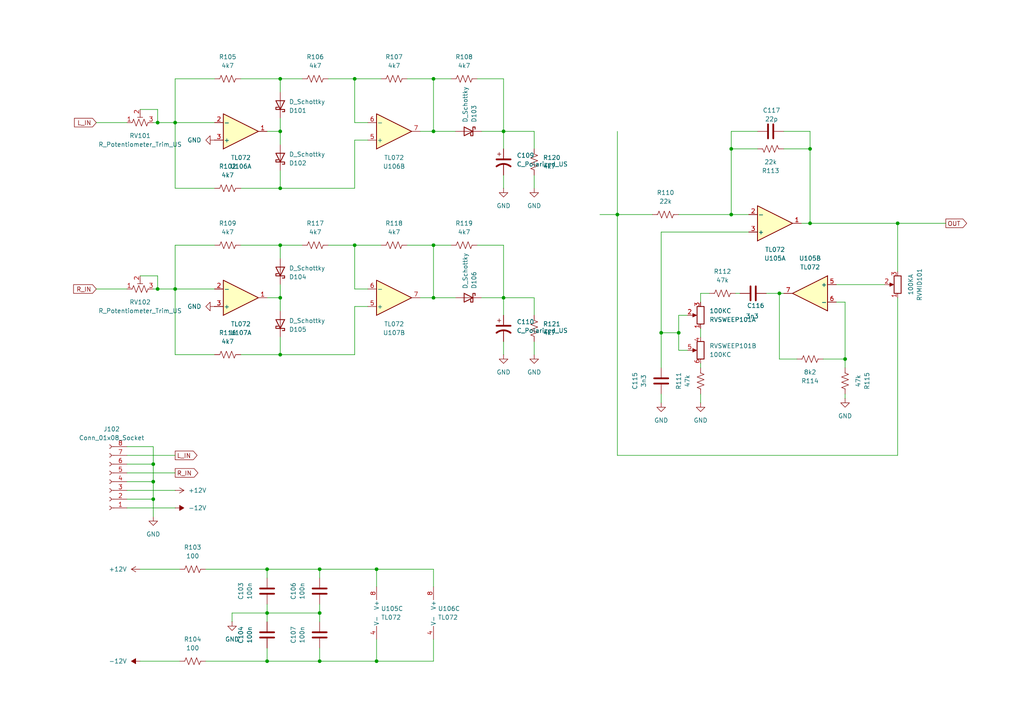
<source format=kicad_sch>
(kicad_sch (version 20250114) (generator "eeschema") (generator_version "9.0")
  (paper "A4")
  (lib_symbols
    (symbol "Amplifier_Operational:TL072" (pin_names (offset 0.127))
      (property "Reference" "U" (at 0 5.08 0))
      (property "Value" "TL072" (at 0 -5.08 0))
      (symbol "TL072_1_1"
        (polyline (pts (xy -5.08 5.08) (xy 5.08 0) (xy -5.08 -5.08) (xy -5.08 5.08)) (stroke (width 0.254)) (fill (type background)))
        (pin input line (at -7.62 2.54 0) (length 2.54) (name "+") (number "3"))
        (pin input line (at -7.62 -2.54 0) (length 2.54) (name "-") (number "2"))
        (pin output line (at 7.62 0 180) (length 2.54) (name "~") (number "1"))
      )
      (symbol "TL072_2_1"
        (polyline (pts (xy -5.08 5.08) (xy 5.08 0) (xy -5.08 -5.08) (xy -5.08 5.08)) (stroke (width 0.254)) (fill (type background)))
        (pin input line (at -7.62 2.54 0) (length 2.54) (name "+") (number "5"))
        (pin input line (at -7.62 -2.54 0) (length 2.54) (name "-") (number "6"))
        (pin output line (at 7.62 0 180) (length 2.54) (name "~") (number "7"))
      )
      (symbol "TL072_3_1"
        (pin power_in line (at -2.54 7.62 270) (length 3.81) (name "V+") (number "8"))
        (pin power_in line (at -2.54 -7.62 90) (length 3.81) (name "V-") (number "4"))
      )
    )
    (symbol "Connector:Conn_01x08_Socket" (pin_names (offset 1.016) (hide yes))
      (property "Reference" "J" (at 0 10.16 0))
      (property "Value" "Conn_01x08_Socket" (at 0 -12.7 0))
      (symbol "Conn_01x08_Socket_1_1"
        (polyline (pts (xy -1.27 7.62) (xy -0.508 7.62)) (stroke (width 0.1524)))
        (polyline (pts (xy -1.27 5.08) (xy -0.508 5.08)) (stroke (width 0.1524)))
        (polyline (pts (xy -1.27 2.54) (xy -0.508 2.54)) (stroke (width 0.1524)))
        (polyline (pts (xy -1.27 0) (xy -0.508 0)) (stroke (width 0.1524)))
        (polyline (pts (xy -1.27 -2.54) (xy -0.508 -2.54)) (stroke (width 0.1524)))
        (polyline (pts (xy -1.27 -5.08) (xy -0.508 -5.08)) (stroke (width 0.1524)))
        (polyline (pts (xy -1.27 -7.62) (xy -0.508 -7.62)) (stroke (width 0.1524)))
        (polyline (pts (xy -1.27 -10.16) (xy -0.508 -10.16)) (stroke (width 0.1524)))
        (arc (start 0 7.112) (mid -0.5058 7.62) (end 0 8.128) (stroke (width 0.1524)))
        (arc (start 0 4.572) (mid -0.5058 5.08) (end 0 5.588) (stroke (width 0.1524)))
        (arc (start 0 2.032) (mid -0.5058 2.54) (end 0 3.048) (stroke (width 0.1524)))
        (arc (start 0 -0.508) (mid -0.5058 0) (end 0 0.508) (stroke (width 0.1524)))
        (arc (start 0 -3.048) (mid -0.5058 -2.54) (end 0 -2.032) (stroke (width 0.1524)))
        (arc (start 0 -5.588) (mid -0.5058 -5.08) (end 0 -4.572) (stroke (width 0.1524)))
        (arc (start 0 -8.128) (mid -0.5058 -7.62) (end 0 -7.112) (stroke (width 0.1524)))
        (arc (start 0 -10.668) (mid -0.5058 -10.16) (end 0 -9.652) (stroke (width 0.1524)))
        (pin passive line (at -5.08 7.62 0) (length 3.81) (name "Pin_1") (number "1"))
        (pin passive line (at -5.08 5.08 0) (length 3.81) (name "Pin_2") (number "2"))
        (pin passive line (at -5.08 2.54 0) (length 3.81) (name "Pin_3") (number "3"))
        (pin passive line (at -5.08 0 0) (length 3.81) (name "Pin_4") (number "4"))
        (pin passive line (at -5.08 -2.54 0) (length 3.81) (name "Pin_5") (number "5"))
        (pin passive line (at -5.08 -5.08 0) (length 3.81) (name "Pin_6") (number "6"))
        (pin passive line (at -5.08 -7.62 0) (length 3.81) (name "Pin_7") (number "7"))
        (pin passive line (at -5.08 -10.16 0) (length 3.81) (name "Pin_8") (number "8"))
      )
    )
    (symbol "Device:C" (pin_numbers (hide yes)) (pin_names (offset 0.254))
      (property "Reference" "C" (at 0.635 2.54 0))
      (property "Value" "C" (at 0.635 -2.54 0))
      (symbol "C_0_1"
        (polyline (pts (xy -2.032 0.762) (xy 2.032 0.762)) (stroke (width 0.508)))
        (polyline (pts (xy -2.032 -0.762) (xy 2.032 -0.762)) (stroke (width 0.508)))
      )
      (symbol "C_1_1"
        (pin passive line (at 0 3.81 270) (length 2.794) (name "~") (number "1"))
        (pin passive line (at 0 -3.81 90) (length 2.794) (name "~") (number "2"))
      )
    )
    (symbol "Device:C_Polarized_US" (pin_numbers (hide yes)) (pin_names (offset 0.254) (hide yes))
      (property "Reference" "C" (at 0.635 2.54 0))
      (property "Value" "C_Polarized_US" (at 0.635 -2.54 0))
      (symbol "C_Polarized_US_0_1"
        (polyline (pts (xy -2.032 0.762) (xy 2.032 0.762)) (stroke (width 0.508)))
        (polyline (pts (xy -1.778 2.286) (xy -0.762 2.286)))
        (polyline (pts (xy -1.27 1.778) (xy -1.27 2.794)))
        (arc (start -2.032 -1.27) (mid 0 -0.5572) (end 2.032 -1.27) (stroke (width 0.508)))
      )
      (symbol "C_Polarized_US_1_1"
        (pin passive line (at 0 3.81 270) (length 2.794) (name "~") (number "1"))
        (pin passive line (at 0 -3.81 90) (length 3.302) (name "~") (number "2"))
      )
    )
    (symbol "Device:D_Schottky" (pin_numbers (hide yes)) (pin_names (offset 1.016) (hide yes))
      (property "Reference" "D" (at 0 2.54 0))
      (property "Value" "D_Schottky" (at 0 -2.54 0))
      (symbol "D_Schottky_0_1"
        (polyline (pts (xy -1.905 0.635) (xy -1.905 1.27) (xy -1.27 1.27) (xy -1.27 -1.27) (xy -0.635 -1.27) (xy -0.635 -0.635)) (stroke (width 0.254)))
        (polyline (pts (xy 1.27 1.27) (xy 1.27 -1.27) (xy -1.27 0) (xy 1.27 1.27)) (stroke (width 0.254)))
        (polyline (pts (xy 1.27 0) (xy -1.27 0)))
      )
      (symbol "D_Schottky_1_1"
        (pin passive line (at -3.81 0 0) (length 2.54) (name "K") (number "1"))
        (pin passive line (at 3.81 0 180) (length 2.54) (name "A") (number "2"))
      )
    )
    (symbol "Device:R_Potentiometer" (pin_names (offset 1.016) (hide yes))
      (property "Reference" "RV" (at -4.445 0 90))
      (property "Value" "R_Potentiometer" (at -2.54 0 90))
      (symbol "R_Potentiometer_0_1"
        (rectangle (start 1.016 2.54) (end -1.016 -2.54) (stroke (width 0.254)))
        (polyline (pts (xy 1.143 0) (xy 2.286 0.508) (xy 2.286 -0.508) (xy 1.143 0)) (fill (type outline)))
        (polyline (pts (xy 2.54 0) (xy 1.524 0)))
      )
      (symbol "R_Potentiometer_1_1"
        (pin passive line (at 0 3.81 270) (length 1.27) (name "1") (number "1"))
        (pin passive line (at 0 -3.81 90) (length 1.27) (name "3") (number "3"))
        (pin passive line (at 3.81 0 180) (length 1.27) (name "2") (number "2"))
      )
    )
    (symbol "Device:R_Potentiometer_Dual_Separate" (pin_names (offset 1.016) (hide yes))
      (property "Reference" "RV" (at -4.445 0 90))
      (property "Value" "R_Potentiometer_Dual_Separate" (at -2.54 0 90))
      (symbol "R_Potentiometer_Dual_Separate_0_1"
        (rectangle (start 1.016 2.54) (end -1.016 -2.54) (stroke (width 0.254)))
        (polyline (pts (xy 1.143 0) (xy 2.286 0.508) (xy 2.286 -0.508) (xy 1.143 0)) (fill (type outline)))
        (polyline (pts (xy 2.54 0) (xy 1.524 0)))
      )
      (symbol "R_Potentiometer_Dual_Separate_1_1"
        (pin passive line (at 0 3.81 270) (length 1.27) (name "1") (number "1"))
        (pin passive line (at 0 -3.81 90) (length 1.27) (name "3") (number "3"))
        (pin passive line (at 3.81 0 180) (length 1.27) (name "2") (number "2"))
      )
      (symbol "R_Potentiometer_Dual_Separate_2_1"
        (pin passive line (at 0 3.81 270) (length 1.27) (name "4") (number "4"))
        (pin passive line (at 0 -3.81 90) (length 1.27) (name "6") (number "6"))
        (pin passive line (at 3.81 0 180) (length 1.27) (name "5") (number "5"))
      )
    )
    (symbol "Device:R_Potentiometer_Trim_US" (pin_names (offset 1.016) (hide yes))
      (property "Reference" "RV" (at -4.445 0 90))
      (property "Value" "R_Potentiometer_Trim_US" (at -2.54 0 90))
      (symbol "R_Potentiometer_Trim_US_0_1"
        (polyline (pts (xy 0 2.286) (xy 0 2.54)))
        (polyline (pts (xy 0 2.286) (xy 1.016 1.905) (xy 0 1.524) (xy -1.016 1.143) (xy 0 0.762)))
        (polyline (pts (xy 0 0.762) (xy 1.016 0.381) (xy 0 0) (xy -1.016 -0.381) (xy 0 -0.762)))
        (polyline (pts (xy 0 -0.762) (xy 1.016 -1.143) (xy 0 -1.524) (xy -1.016 -1.905) (xy 0 -2.286)))
        (polyline (pts (xy 0 -2.286) (xy 0 -2.54)))
        (polyline (pts (xy 1.524 0.762) (xy 1.524 -0.762)))
        (polyline (pts (xy 2.54 0) (xy 1.524 0)))
      )
      (symbol "R_Potentiometer_Trim_US_1_1"
        (pin passive line (at 0 3.81 270) (length 1.27) (name "1") (number "1"))
        (pin passive line (at 0 -3.81 90) (length 1.27) (name "3") (number "3"))
        (pin passive line (at 3.81 0 180) (length 1.27) (name "2") (number "2"))
      )
    )
    (symbol "Device:R_US" (pin_numbers (hide yes)) (pin_names (offset 0))
      (property "Reference" "R" (at 2.54 0 90))
      (property "Value" "R_US" (at -2.54 0 90))
      (symbol "R_US_0_1"
        (polyline (pts (xy 0 2.286) (xy 0 2.54)))
        (polyline (pts (xy 0 2.286) (xy 1.016 1.905) (xy 0 1.524) (xy -1.016 1.143) (xy 0 0.762)))
        (polyline (pts (xy 0 0.762) (xy 1.016 0.381) (xy 0 0) (xy -1.016 -0.381) (xy 0 -0.762)))
        (polyline (pts (xy 0 -0.762) (xy 1.016 -1.143) (xy 0 -1.524) (xy -1.016 -1.905) (xy 0 -2.286)))
        (polyline (pts (xy 0 -2.286) (xy 0 -2.54)))
      )
      (symbol "R_US_1_1"
        (pin passive line (at 0 3.81 270) (length 1.27) (name "~") (number "1"))
        (pin passive line (at 0 -3.81 90) (length 1.27) (name "~") (number "2"))
      )
    )
    (symbol "power:+12V" (power) (pin_numbers (hide yes)) (pin_names (offset 0) (hide yes))
      (property "Value" "+12V" (at 0 3.556 0))
      (symbol "+12V_0_1"
        (polyline (pts (xy -0.762 1.27) (xy 0 2.54)))
        (polyline (pts (xy 0 2.54) (xy 0.762 1.27)))
        (polyline (pts (xy 0 0) (xy 0 2.54)))
      )
      (symbol "+12V_1_1"
        (pin power_in line (at 0 0 90) (length 0) (name "~") (number "1"))
      )
    )
    (symbol "power:-12V" (power) (pin_numbers (hide yes)) (pin_names (offset 0) (hide yes))
      (property "Value" "-12V" (at 0 3.556 0))
      (symbol "-12V_0_0"
        (pin power_in line (at 0 0 90) (length 0) (name "~") (number "1"))
      )
      (symbol "-12V_0_1"
        (polyline (pts (xy 0 0) (xy 0 1.27) (xy 0.762 1.27) (xy 0 2.54) (xy -0.762 1.27) (xy 0 1.27)) (fill (type outline)))
      )
    )
    (symbol "power:GND" (power) (pin_numbers (hide yes)) (pin_names (offset 0) (hide yes))
      (property "Value" "GND" (at 0 -3.81 0))
      (symbol "GND_0_1"
        (polyline (pts (xy 0 0) (xy 0 -1.27) (xy 1.27 -1.27) (xy 0 -2.54) (xy -1.27 -1.27) (xy 0 -1.27)))
      )
      (symbol "GND_1_1"
        (pin power_in line (at 0 0 270) (length 0) (name "~") (number "1"))
      )
    )
  )
  (junction (at 92.71 191.77))
  (junction (at 245.11 104.14))
  (junction (at 77.47 191.77))
  (junction (at 125.73 38.1))
  (junction (at 77.47 177.8))
  (junction (at 109.22 165.1))
  (junction (at 146.05 38.1))
  (junction (at 196.85 96.52))
  (junction (at 191.77 96.52))
  (junction (at 81.28 71.12))
  (junction (at 212.09 62.23))
  (junction (at 146.05 86.36))
  (junction (at 81.28 22.86))
  (junction (at 109.22 191.77))
  (junction (at 45.72 35.56))
  (junction (at 125.73 71.12))
  (junction (at 81.28 54.61))
  (junction (at 77.47 165.1))
  (junction (at 50.8 35.56))
  (junction (at 102.87 71.12))
  (junction (at 226.06 85.09))
  (junction (at 81.28 102.87))
  (junction (at 45.72 83.82))
  (junction (at 44.45 139.7))
  (junction (at 92.71 177.8))
  (junction (at 212.09 43.18))
  (junction (at 260.35 64.77))
  (junction (at 44.45 134.62))
  (junction (at 50.8 83.82))
  (junction (at 81.28 86.36))
  (junction (at 92.71 165.1))
  (junction (at 234.95 64.77))
  (junction (at 179.07 62.23))
  (junction (at 125.73 86.36))
  (junction (at 234.95 43.18))
  (junction (at 81.28 38.1))
  (junction (at 44.45 144.78))
  (junction (at 102.87 22.86))
  (junction (at 125.73 22.86))
  (wire (pts (xy 130.81 22.86) (xy 125.73 22.86)))
  (wire (pts (xy 139.7 86.36) (xy 146.05 86.36)))
  (wire (pts (xy 81.28 34.29) (xy 81.28 38.1)))
  (wire (pts (xy 154.94 54.61) (xy 154.94 50.8)))
  (wire (pts (xy 125.73 38.1) (xy 121.92 38.1)))
  (wire (pts (xy 69.85 54.61) (xy 81.28 54.61)))
  (wire (pts (xy 67.31 180.34) (xy 67.31 177.8)))
  (wire (pts (xy 125.73 86.36) (xy 132.08 86.36)))
  (wire (pts (xy 92.71 191.77) (xy 109.22 191.77)))
  (wire (pts (xy 191.77 116.84) (xy 191.77 114.3)))
  (wire (pts (xy 77.47 191.77) (xy 92.71 191.77)))
  (wire (pts (xy 95.25 71.12) (xy 102.87 71.12)))
  (wire (pts (xy 36.83 142.24) (xy 50.8 142.24)))
  (wire (pts (xy 59.69 165.1) (xy 77.47 165.1)))
  (wire (pts (xy 125.73 22.86) (xy 125.73 38.1)))
  (wire (pts (xy 196.85 96.52) (xy 196.85 101.6)))
  (wire (pts (xy 242.57 82.55) (xy 256.54 82.55)))
  (wire (pts (xy 45.72 83.82) (xy 50.8 83.82)))
  (wire (pts (xy 50.8 35.56) (xy 50.8 54.61)))
  (wire (pts (xy 146.05 43.18) (xy 146.05 38.1)))
  (wire (pts (xy 81.28 97.79) (xy 81.28 102.87)))
  (wire (pts (xy 69.85 71.12) (xy 81.28 71.12)))
  (wire (pts (xy 102.87 35.56) (xy 102.87 22.86)))
  (wire (pts (xy 125.73 38.1) (xy 132.08 38.1)))
  (wire (pts (xy 67.31 177.8) (xy 77.47 177.8)))
  (wire (pts (xy 106.68 88.9) (xy 102.87 88.9)))
  (wire (pts (xy 36.83 129.54) (xy 44.45 129.54)))
  (wire (pts (xy 191.77 96.52) (xy 191.77 106.68)))
  (wire (pts (xy 50.8 35.56) (xy 62.23 35.56)))
  (wire (pts (xy 45.72 80.01) (xy 45.72 83.82)))
  (wire (pts (xy 154.94 43.18) (xy 154.94 38.1)))
  (wire (pts (xy 50.8 83.82) (xy 50.8 102.87)))
  (wire (pts (xy 146.05 71.12) (xy 138.43 71.12)))
  (wire (pts (xy 139.7 38.1) (xy 146.05 38.1)))
  (wire (pts (xy 203.2 114.3) (xy 203.2 116.84)))
  (wire (pts (xy 106.68 40.64) (xy 102.87 40.64)))
  (wire (pts (xy 77.47 177.8) (xy 77.47 180.34)))
  (wire (pts (xy 92.71 187.96) (xy 92.71 191.77)))
  (wire (pts (xy 203.2 85.09) (xy 205.74 85.09)))
  (wire (pts (xy 92.71 175.26) (xy 92.71 177.8)))
  (wire (pts (xy 196.85 62.23) (xy 212.09 62.23)))
  (wire (pts (xy 77.47 191.77) (xy 59.69 191.77)))
  (wire (pts (xy 109.22 185.42) (xy 109.22 191.77)))
  (wire (pts (xy 50.8 71.12) (xy 50.8 83.82)))
  (wire (pts (xy 81.28 86.36) (xy 77.47 86.36)))
  (wire (pts (xy 245.11 87.63) (xy 245.11 104.14)))
  (wire (pts (xy 203.2 85.09) (xy 203.2 87.63)))
  (wire (pts (xy 36.83 132.08) (xy 50.8 132.08)))
  (wire (pts (xy 44.45 134.62) (xy 44.45 139.7)))
  (wire (pts (xy 92.71 165.1) (xy 92.71 167.64)))
  (wire (pts (xy 36.83 137.16) (xy 50.8 137.16)))
  (wire (pts (xy 146.05 22.86) (xy 138.43 22.86)))
  (wire (pts (xy 81.28 22.86) (xy 81.28 26.67)))
  (wire (pts (xy 77.47 187.96) (xy 77.47 191.77)))
  (wire (pts (xy 238.76 104.14) (xy 245.11 104.14)))
  (wire (pts (xy 154.94 86.36) (xy 146.05 86.36)))
  (wire (pts (xy 154.94 38.1) (xy 146.05 38.1)))
  (wire (pts (xy 52.07 191.77) (xy 40.64 191.77)))
  (wire (pts (xy 130.81 71.12) (xy 125.73 71.12)))
  (wire (pts (xy 45.72 35.56) (xy 50.8 35.56)))
  (wire (pts (xy 50.8 83.82) (xy 62.23 83.82)))
  (wire (pts (xy 212.09 38.1) (xy 212.09 43.18)))
  (wire (pts (xy 196.85 91.44) (xy 196.85 96.52)))
  (wire (pts (xy 245.11 106.68) (xy 245.11 104.14)))
  (wire (pts (xy 179.07 62.23) (xy 179.07 132.08)))
  (wire (pts (xy 227.33 43.18) (xy 234.95 43.18)))
  (wire (pts (xy 50.8 22.86) (xy 62.23 22.86)))
  (wire (pts (xy 44.45 129.54) (xy 44.45 134.62)))
  (wire (pts (xy 191.77 67.31) (xy 191.77 96.52)))
  (wire (pts (xy 109.22 165.1) (xy 109.22 170.18)))
  (wire (pts (xy 40.64 165.1) (xy 52.07 165.1)))
  (wire (pts (xy 179.07 38.1) (xy 179.07 62.23)))
  (wire (pts (xy 226.06 85.09) (xy 226.06 104.14)))
  (wire (pts (xy 260.35 64.77) (xy 274.32 64.77)))
  (wire (pts (xy 95.25 22.86) (xy 102.87 22.86)))
  (wire (pts (xy 191.77 96.52) (xy 196.85 96.52)))
  (wire (pts (xy 102.87 71.12) (xy 110.49 71.12)))
  (wire (pts (xy 102.87 88.9) (xy 102.87 102.87)))
  (wire (pts (xy 212.09 62.23) (xy 212.09 43.18)))
  (wire (pts (xy 154.94 102.87) (xy 154.94 99.06)))
  (wire (pts (xy 40.64 80.01) (xy 45.72 80.01)))
  (wire (pts (xy 154.94 91.44) (xy 154.94 86.36)))
  (wire (pts (xy 173.99 62.23) (xy 179.07 62.23)))
  (wire (pts (xy 81.28 22.86) (xy 87.63 22.86)))
  (wire (pts (xy 125.73 165.1) (xy 125.73 170.18)))
  (wire (pts (xy 146.05 102.87) (xy 146.05 99.06)))
  (wire (pts (xy 212.09 43.18) (xy 219.71 43.18)))
  (wire (pts (xy 232.41 64.77) (xy 234.95 64.77)))
  (wire (pts (xy 109.22 191.77) (xy 125.73 191.77)))
  (wire (pts (xy 102.87 40.64) (xy 102.87 54.61)))
  (wire (pts (xy 118.11 71.12) (xy 125.73 71.12)))
  (wire (pts (xy 146.05 91.44) (xy 146.05 86.36)))
  (wire (pts (xy 102.87 83.82) (xy 102.87 71.12)))
  (wire (pts (xy 92.71 177.8) (xy 92.71 180.34)))
  (wire (pts (xy 44.45 83.82) (xy 45.72 83.82)))
  (wire (pts (xy 146.05 86.36) (xy 146.05 71.12)))
  (wire (pts (xy 118.11 22.86) (xy 125.73 22.86)))
  (wire (pts (xy 81.28 49.53) (xy 81.28 54.61)))
  (wire (pts (xy 219.71 38.1) (xy 212.09 38.1)))
  (wire (pts (xy 36.83 147.32) (xy 50.8 147.32)))
  (wire (pts (xy 234.95 64.77) (xy 260.35 64.77)))
  (wire (pts (xy 234.95 38.1) (xy 234.95 43.18)))
  (wire (pts (xy 81.28 82.55) (xy 81.28 86.36)))
  (wire (pts (xy 245.11 87.63) (xy 242.57 87.63)))
  (wire (pts (xy 77.47 175.26) (xy 77.47 177.8)))
  (wire (pts (xy 199.39 91.44) (xy 196.85 91.44)))
  (wire (pts (xy 102.87 102.87) (xy 81.28 102.87)))
  (wire (pts (xy 102.87 54.61) (xy 81.28 54.61)))
  (wire (pts (xy 81.28 71.12) (xy 87.63 71.12)))
  (wire (pts (xy 125.73 86.36) (xy 121.92 86.36)))
  (wire (pts (xy 109.22 165.1) (xy 125.73 165.1)))
  (wire (pts (xy 203.2 105.41) (xy 203.2 106.68)))
  (wire (pts (xy 77.47 165.1) (xy 77.47 167.64)))
  (wire (pts (xy 106.68 35.56) (xy 102.87 35.56)))
  (wire (pts (xy 260.35 64.77) (xy 260.35 78.74)))
  (wire (pts (xy 50.8 22.86) (xy 50.8 35.56)))
  (wire (pts (xy 44.45 35.56) (xy 45.72 35.56)))
  (wire (pts (xy 69.85 102.87) (xy 81.28 102.87)))
  (wire (pts (xy 217.17 67.31) (xy 191.77 67.31)))
  (wire (pts (xy 217.17 62.23) (xy 212.09 62.23)))
  (wire (pts (xy 50.8 102.87) (xy 62.23 102.87)))
  (wire (pts (xy 234.95 43.18) (xy 234.95 64.77)))
  (wire (pts (xy 102.87 22.86) (xy 110.49 22.86)))
  (wire (pts (xy 36.83 139.7) (xy 44.45 139.7)))
  (wire (pts (xy 260.35 86.36) (xy 260.35 132.08)))
  (wire (pts (xy 36.83 144.78) (xy 44.45 144.78)))
  (wire (pts (xy 203.2 95.25) (xy 203.2 97.79)))
  (wire (pts (xy 222.25 85.09) (xy 226.06 85.09)))
  (wire (pts (xy 227.33 85.09) (xy 226.06 85.09)))
  (wire (pts (xy 69.85 22.86) (xy 81.28 22.86)))
  (wire (pts (xy 226.06 104.14) (xy 231.14 104.14)))
  (wire (pts (xy 125.73 185.42) (xy 125.73 191.77)))
  (wire (pts (xy 77.47 177.8) (xy 92.71 177.8)))
  (wire (pts (xy 81.28 86.36) (xy 81.28 90.17)))
  (wire (pts (xy 44.45 139.7) (xy 44.45 144.78)))
  (wire (pts (xy 179.07 132.08) (xy 260.35 132.08)))
  (wire (pts (xy 81.28 38.1) (xy 81.28 41.91)))
  (wire (pts (xy 245.11 115.57) (xy 245.11 114.3)))
  (wire (pts (xy 27.94 35.56) (xy 36.83 35.56)))
  (wire (pts (xy 81.28 71.12) (xy 81.28 74.93)))
  (wire (pts (xy 106.68 83.82) (xy 102.87 83.82)))
  (wire (pts (xy 77.47 165.1) (xy 92.71 165.1)))
  (wire (pts (xy 36.83 134.62) (xy 44.45 134.62)))
  (wire (pts (xy 44.45 144.78) (xy 44.45 149.86)))
  (wire (pts (xy 125.73 71.12) (xy 125.73 86.36)))
  (wire (pts (xy 213.36 85.09) (xy 214.63 85.09)))
  (wire (pts (xy 146.05 54.61) (xy 146.05 50.8)))
  (wire (pts (xy 92.71 165.1) (xy 109.22 165.1)))
  (wire (pts (xy 227.33 38.1) (xy 234.95 38.1)))
  (wire (pts (xy 50.8 54.61) (xy 62.23 54.61)))
  (wire (pts (xy 81.28 38.1) (xy 77.47 38.1)))
  (wire (pts (xy 27.94 83.82) (xy 36.83 83.82)))
  (wire (pts (xy 40.64 31.75) (xy 45.72 31.75)))
  (wire (pts (xy 146.05 38.1) (xy 146.05 22.86)))
  (wire (pts (xy 45.72 31.75) (xy 45.72 35.56)))
  (wire (pts (xy 179.07 62.23) (xy 189.23 62.23)))
  (wire (pts (xy 196.85 101.6) (xy 199.39 101.6)))
  (wire (pts (xy 50.8 71.12) (xy 62.23 71.12)))
  (global_label "R_IN" (shape input) (at 27.94 83.82 180) (property "Intersheetrefs" "${INTERSHEET_REFS}" (effects (hide yes))))
  (global_label "L_IN" (shape input) (at 27.94 35.56 180) (property "Intersheetrefs" "${INTERSHEET_REFS}" (effects (hide yes))))
  (global_label "OUT" (shape output) (at 274.32 64.77 0) (property "Intersheetrefs" "${INTERSHEET_REFS}" (effects (hide yes))))
  (global_label "R_IN" (shape output) (at 50.8 137.16 0) (property "Intersheetrefs" "${INTERSHEET_REFS}" (effects (hide yes))))
  (global_label "L_IN" (shape output) (at 50.8 132.08 0) (property "Intersheetrefs" "${INTERSHEET_REFS}" (effects (hide yes))))
  (symbol (lib_id "Device:R_US") (at 134.62 71.12 90) (unit 1)
    (property "Reference" "R119" (at 134.62 64.77 90))
    (property "Value" "4k7" (at 134.62 67.31 90))
    (property "Footprint" "Resistor_THT:R_Axial_DIN0207_L6.3mm_D2.5mm_P10.16mm_Horizontal" (effects (hide yes)))
    (property "Description" "Resistor, US symbol" (effects (hide yes)))
  )
  (symbol (lib_id "power:+12V") (at 40.64 165.1 90) (unit 1)
    (property "Reference" "#PWR0103" (effects (hide yes)))
    (property "Value" "+12V" (at 36.83 165.0999 90) (effects (justify left)))
    (property "Description" "Power symbol creates a global label with name \"+12V\"" (effects (hide yes)))
  )
  (symbol (lib_id "Device:R_US") (at 223.52 43.18 270) (mirror x) (unit 1)
    (property "Reference" "R113" (at 223.52 49.53 90))
    (property "Value" "22k" (at 223.52 46.99 90))
    (property "Footprint" "Resistor_THT:R_Axial_DIN0207_L6.3mm_D2.5mm_P10.16mm_Horizontal" (effects (hide yes)))
    (property "Description" "Resistor, US symbol" (effects (hide yes)))
  )
  (symbol (lib_id "Device:R_US") (at 209.55 85.09 270) (unit 1)
    (property "Reference" "R112" (at 209.55 78.74 90))
    (property "Value" "47k" (at 209.55 81.28 90))
    (property "Footprint" "Resistor_THT:R_Axial_DIN0207_L6.3mm_D2.5mm_P10.16mm_Horizontal" (effects (hide yes)))
    (property "Description" "Resistor, US symbol" (effects (hide yes)))
  )
  (symbol (lib_id "Device:R_US") (at 234.95 104.14 90) (unit 1)
    (property "Reference" "R114" (at 234.95 110.49 90))
    (property "Value" "8k2" (at 234.95 107.95 90))
    (property "Footprint" "Resistor_THT:R_Axial_DIN0207_L6.3mm_D2.5mm_P10.16mm_Horizontal" (effects (hide yes)))
    (property "Description" "Resistor, US symbol" (effects (hide yes)))
  )
  (symbol (lib_id "Device:C") (at 191.77 110.49 180) (unit 1)
    (property "Reference" "C115" (at 184.15 110.49 90))
    (property "Value" "3n3" (at 186.69 110.49 90))
    (property "Footprint" "Capacitor_THT:C_Disc_D4.3mm_W1.9mm_P5.00mm" (effects (hide yes)))
    (property "Description" "Unpolarized capacitor" (effects (hide yes)))
  )
  (symbol (lib_id "Device:C_Polarized_US") (at 146.05 46.99 0) (unit 1)
    (property "Reference" "C109" (at 149.86 45.0849 0) (effects (justify left)))
    (property "Value" "C_Polarized_US" (at 149.86 47.6249 0) (effects (justify left)))
    (property "Footprint" "Capacitor_THT:CP_Radial_D6.3mm_P2.50mm" (effects (hide yes)))
    (property "Description" "Polarized capacitor, US symbol" (effects (hide yes)))
  )
  (symbol (lib_id "Device:C") (at 92.71 184.15 180) (unit 1)
    (property "Reference" "C107" (at 85.09 184.15 90))
    (property "Value" "100n" (at 87.63 184.15 90))
    (property "Footprint" "Capacitor_THT:C_Disc_D4.3mm_W1.9mm_P5.00mm" (effects (hide yes)))
    (property "Description" "Unpolarized capacitor" (effects (hide yes)))
  )
  (symbol (lib_id "power:GND") (at 62.23 88.9 270) (unit 1)
    (property "Reference" "#PWR0108" (effects (hide yes)))
    (property "Value" "GND" (at 58.42 88.8999 90) (effects (justify right)))
    (property "Description" "Power symbol creates a global label with name \"GND\" , ground" (effects (hide yes)))
  )
  (symbol (lib_id "Amplifier_Operational:TL072") (at 128.27 177.8 0) (unit 3)
    (property "Reference" "U106" (at 127 176.5299 0) (effects (justify left)))
    (property "Value" "TL072" (at 127 179.0699 0) (effects (justify left)))
    (property "Footprint" "Package_DIP:DIP-8_W7.62mm_LongPads" (effects (hide yes)))
    (property "Datasheet" "http://www.ti.com/lit/ds/symlink/tl071.pdf" (effects (hide yes)))
    (property "Description" "Dual Low-Noise JFET-Input Operational Amplifiers, DIP-8/SOIC-8" (effects (hide yes)))
  )
  (symbol (lib_id "Device:D_Schottky") (at 81.28 30.48 270) (mirror x) (unit 1)
    (property "Reference" "D101" (at 83.82 32.0676 90) (effects (justify left)))
    (property "Value" "D_Schottky" (at 83.82 29.5276 90) (effects (justify left)))
    (property "Footprint" "Diode_THT:D_DO-15_P12.70mm_Horizontal" (effects (hide yes)))
    (property "Description" "Schottky diode" (effects (hide yes)))
  )
  (symbol (lib_id "Device:R_US") (at 91.44 22.86 90) (unit 1)
    (property "Reference" "R106" (at 91.44 16.51 90))
    (property "Value" "4k7" (at 91.44 19.05 90))
    (property "Footprint" "Resistor_THT:R_Axial_DIN0207_L6.3mm_D2.5mm_P10.16mm_Horizontal" (effects (hide yes)))
    (property "Description" "Resistor, US symbol" (effects (hide yes)))
  )
  (symbol (lib_id "Device:C") (at 223.52 38.1 90) (unit 1)
    (property "Reference" "C117" (at 223.774 32.004 90))
    (property "Value" "22p" (at 223.774 34.544 90))
    (property "Footprint" "Capacitor_THT:C_Disc_D4.3mm_W1.9mm_P5.00mm" (effects (hide yes)))
    (property "Description" "Unpolarized capacitor" (effects (hide yes)))
  )
  (symbol (lib_id "power:-12V") (at 40.64 191.77 90) (unit 1)
    (property "Reference" "#PWR0104" (effects (hide yes)))
    (property "Value" "-12V" (at 36.83 191.7699 90) (effects (justify left)))
    (property "Description" "Power symbol creates a global label with name \"-12V\"" (effects (hide yes)))
  )
  (symbol (lib_id "Device:R_US") (at 55.88 165.1 90) (unit 1)
    (property "Reference" "R103" (at 55.88 158.75 90))
    (property "Value" "100" (at 55.88 161.29 90))
    (property "Footprint" "Resistor_THT:R_Axial_DIN0207_L6.3mm_D2.5mm_P10.16mm_Horizontal" (effects (hide yes)))
    (property "Description" "Resistor, US symbol" (effects (hide yes)))
  )
  (symbol (lib_id "Device:D_Schottky") (at 81.28 93.98 270) (mirror x) (unit 1)
    (property "Reference" "D105" (at 83.82 95.5676 90) (effects (justify left)))
    (property "Value" "D_Schottky" (at 83.82 93.0276 90) (effects (justify left)))
    (property "Footprint" "Diode_THT:D_DO-15_P12.70mm_Horizontal" (effects (hide yes)))
    (property "Description" "Schottky diode" (effects (hide yes)))
  )
  (symbol (lib_id "power:+12V") (at 50.8 142.24 270) (unit 1)
    (property "Reference" "#PWR0113" (effects (hide yes)))
    (property "Value" "+12V" (at 54.61 142.2399 90) (effects (justify left)))
    (property "Description" "Power symbol creates a global label with name \"+12V\"" (effects (hide yes)))
  )
  (symbol (lib_id "Device:R_US") (at 114.3 71.12 90) (unit 1)
    (property "Reference" "R118" (at 114.3 64.77 90))
    (property "Value" "4k7" (at 114.3 67.31 90))
    (property "Footprint" "Resistor_THT:R_Axial_DIN0207_L6.3mm_D2.5mm_P10.16mm_Horizontal" (effects (hide yes)))
    (property "Description" "Resistor, US symbol" (effects (hide yes)))
  )
  (symbol (lib_id "power:GND") (at 154.94 102.87 0) (unit 1)
    (property "Reference" "#PWR0110" (effects (hide yes)))
    (property "Value" "GND" (at 154.94 107.95 0))
    (property "Description" "Power symbol creates a global label with name \"GND\" , ground" (effects (hide yes)))
  )
  (symbol (lib_id "Device:R_Potentiometer_Dual_Separate") (at 203.2 91.44 180) (unit 1)
    (property "Reference" "RVSWEEP101" (at 205.74 92.7101 0) (effects (justify right)))
    (property "Value" "100KC" (at 205.74 90.1701 0) (effects (justify right)))
    (property "Footprint" "Potentiometer_THT:Potentiometer_Alps_RK163_Dual_Horizontal" (effects (hide yes)))
    (property "Description" "Dual potentiometer, separate units" (effects (hide yes)))
  )
  (symbol (lib_id "power:GND") (at 44.45 149.86 0) (mirror y) (unit 1)
    (property "Reference" "#PWR0115" (effects (hide yes)))
    (property "Value" "GND" (at 44.45 154.94 0))
    (property "Description" "Power symbol creates a global label with name \"GND\" , ground" (effects (hide yes)))
  )
  (symbol (lib_id "Device:R_US") (at 154.94 46.99 180) (unit 1)
    (property "Reference" "R120" (at 157.48 45.7199 0) (effects (justify right)))
    (property "Value" "4k7" (at 157.48 48.2599 0) (effects (justify right)))
    (property "Footprint" "Resistor_THT:R_Axial_DIN0207_L6.3mm_D2.5mm_P10.16mm_Horizontal" (effects (hide yes)))
    (property "Description" "Resistor, US symbol" (effects (hide yes)))
  )
  (symbol (lib_id "power:GND") (at 245.11 115.57 0) (mirror y) (unit 1)
    (property "Reference" "#PWR0117" (effects (hide yes)))
    (property "Value" "GND" (at 245.11 120.65 0))
    (property "Description" "Power symbol creates a global label with name \"GND\" , ground" (effects (hide yes)))
  )
  (symbol (lib_id "Device:R_US") (at 66.04 102.87 90) (unit 1)
    (property "Reference" "R116" (at 66.04 96.52 90))
    (property "Value" "4k7" (at 66.04 99.06 90))
    (property "Footprint" "Resistor_THT:R_Axial_DIN0207_L6.3mm_D2.5mm_P10.16mm_Horizontal" (effects (hide yes)))
    (property "Description" "Resistor, US symbol" (effects (hide yes)))
  )
  (symbol (lib_id "Device:R_Potentiometer_Trim_US") (at 40.64 83.82 90) (unit 1)
    (property "Reference" "RV102" (at 40.64 87.63 90))
    (property "Value" "R_Potentiometer_Trim_US" (at 40.64 90.17 90))
    (property "Footprint" "Potentiometer_THT:Potentiometer_Bourns_3296W_Vertical" (effects (hide yes)))
    (property "Description" "Trim-potentiometer, US symbol" (effects (hide yes)))
  )
  (symbol (lib_id "Device:D_Schottky") (at 81.28 78.74 270) (mirror x) (unit 1)
    (property "Reference" "D104" (at 83.82 80.3276 90) (effects (justify left)))
    (property "Value" "D_Schottky" (at 83.82 77.7876 90) (effects (justify left)))
    (property "Footprint" "Diode_THT:D_DO-15_P12.70mm_Horizontal" (effects (hide yes)))
    (property "Description" "Schottky diode" (effects (hide yes)))
  )
  (symbol (lib_id "Device:R_US") (at 55.88 191.77 90) (unit 1)
    (property "Reference" "R104" (at 55.88 185.42 90))
    (property "Value" "100" (at 55.88 187.96 90))
    (property "Footprint" "Resistor_THT:R_Axial_DIN0207_L6.3mm_D2.5mm_P10.16mm_Horizontal" (effects (hide yes)))
    (property "Description" "Resistor, US symbol" (effects (hide yes)))
  )
  (symbol (lib_id "Connector:Conn_01x08_Socket") (at 31.75 139.7 180) (unit 1)
    (property "Reference" "J102" (at 32.385 124.46 0))
    (property "Value" "Conn_01x08_Socket" (at 32.385 127 0))
    (property "Footprint" "Connector_Molex:Molex_KK-254_AE-6410-08A_1x08_P2.54mm_Vertical" (effects (hide yes)))
    (property "Description" "Generic connector, single row, 01x08, script generated" (effects (hide yes)))
  )
  (symbol (lib_id "Device:C_Polarized_US") (at 146.05 95.25 0) (unit 1)
    (property "Reference" "C110" (at 149.86 93.3449 0) (effects (justify left)))
    (property "Value" "C_Polarized_US" (at 149.86 95.8849 0) (effects (justify left)))
    (property "Footprint" "Capacitor_THT:CP_Radial_D6.3mm_P2.50mm" (effects (hide yes)))
    (property "Description" "Polarized capacitor, US symbol" (effects (hide yes)))
  )
  (symbol (lib_id "Amplifier_Operational:TL072") (at 111.76 177.8 0) (unit 3)
    (property "Reference" "U105" (at 110.49 176.5299 0) (effects (justify left)))
    (property "Value" "TL072" (at 110.49 179.0699 0) (effects (justify left)))
    (property "Footprint" "Package_DIP:DIP-8_W7.62mm_LongPads" (effects (hide yes)))
    (property "Datasheet" "http://www.ti.com/lit/ds/symlink/tl071.pdf" (effects (hide yes)))
    (property "Description" "Dual Low-Noise JFET-Input Operational Amplifiers, DIP-8/SOIC-8" (effects (hide yes)))
  )
  (symbol (lib_id "power:GND") (at 203.2 116.84 0) (mirror y) (unit 1)
    (property "Reference" "#PWR0112" (effects (hide yes)))
    (property "Value" "GND" (at 203.2 121.92 0))
    (property "Description" "Power symbol creates a global label with name \"GND\" , ground" (effects (hide yes)))
  )
  (symbol (lib_id "Device:R_US") (at 203.2 110.49 0) (unit 1)
    (property "Reference" "R111" (at 196.85 110.49 90))
    (property "Value" "47k" (at 199.39 110.49 90))
    (property "Footprint" "Resistor_THT:R_Axial_DIN0207_L6.3mm_D2.5mm_P10.16mm_Horizontal" (effects (hide yes)))
    (property "Description" "Resistor, US symbol" (effects (hide yes)))
  )
  (symbol (lib_id "Amplifier_Operational:TL072") (at 69.85 86.36 0) (mirror x) (unit 1)
    (property "Reference" "U107" (at 69.85 96.52 0))
    (property "Value" "TL072" (at 69.85 93.98 0))
    (property "Footprint" "Package_DIP:DIP-8_W7.62mm_LongPads" (effects (hide yes)))
    (property "Datasheet" "http://www.ti.com/lit/ds/symlink/tl071.pdf" (effects (hide yes)))
    (property "Description" "Dual Low-Noise JFET-Input Operational Amplifiers, DIP-8/SOIC-8" (effects (hide yes)))
  )
  (symbol (lib_id "Device:R_Potentiometer_Trim_US") (at 40.64 35.56 90) (unit 1)
    (property "Reference" "RV101" (at 40.64 39.37 90))
    (property "Value" "R_Potentiometer_Trim_US" (at 40.64 41.91 90))
    (property "Footprint" "Potentiometer_THT:Potentiometer_Bourns_3296W_Vertical" (effects (hide yes)))
    (property "Description" "Trim-potentiometer, US symbol" (effects (hide yes)))
  )
  (symbol (lib_id "Device:R_US") (at 91.44 71.12 90) (unit 1)
    (property "Reference" "R117" (at 91.44 64.77 90))
    (property "Value" "4k7" (at 91.44 67.31 90))
    (property "Footprint" "Resistor_THT:R_Axial_DIN0207_L6.3mm_D2.5mm_P10.16mm_Horizontal" (effects (hide yes)))
    (property "Description" "Resistor, US symbol" (effects (hide yes)))
  )
  (symbol (lib_id "Device:R_US") (at 114.3 22.86 90) (unit 1)
    (property "Reference" "R107" (at 114.3 16.51 90))
    (property "Value" "4k7" (at 114.3 19.05 90))
    (property "Footprint" "Resistor_THT:R_Axial_DIN0207_L6.3mm_D2.5mm_P10.16mm_Horizontal" (effects (hide yes)))
    (property "Description" "Resistor, US symbol" (effects (hide yes)))
  )
  (symbol (lib_id "power:GND") (at 67.31 180.34 0) (mirror y) (unit 1)
    (property "Reference" "#PWR0107" (effects (hide yes)))
    (property "Value" "GND" (at 67.31 185.42 0))
    (property "Description" "Power symbol creates a global label with name \"GND\" , ground" (effects (hide yes)))
  )
  (symbol (lib_id "Device:C") (at 77.47 171.45 180) (unit 1)
    (property "Reference" "C103" (at 69.85 171.45 90))
    (property "Value" "100n" (at 72.39 171.45 90))
    (property "Footprint" "Capacitor_THT:C_Disc_D4.3mm_W1.9mm_P5.00mm" (effects (hide yes)))
    (property "Description" "Unpolarized capacitor" (effects (hide yes)))
  )
  (symbol (lib_id "Device:C") (at 77.47 184.15 180) (unit 1)
    (property "Reference" "C104" (at 69.85 184.15 90))
    (property "Value" "100n" (at 72.39 184.15 90))
    (property "Footprint" "Capacitor_THT:C_Disc_D4.3mm_W1.9mm_P5.00mm" (effects (hide yes)))
    (property "Description" "Unpolarized capacitor" (effects (hide yes)))
  )
  (symbol (lib_id "power:GND") (at 146.05 54.61 0) (unit 1)
    (property "Reference" "#PWR0106" (effects (hide yes)))
    (property "Value" "GND" (at 146.05 59.69 0))
    (property "Description" "Power symbol creates a global label with name \"GND\" , ground" (effects (hide yes)))
  )
  (symbol (lib_id "Device:R_US") (at 66.04 54.61 90) (unit 1)
    (property "Reference" "R102" (at 66.04 48.26 90))
    (property "Value" "4k7" (at 66.04 50.8 90))
    (property "Footprint" "Resistor_THT:R_Axial_DIN0207_L6.3mm_D2.5mm_P10.16mm_Horizontal" (effects (hide yes)))
    (property "Description" "Resistor, US symbol" (effects (hide yes)))
  )
  (symbol (lib_id "Device:C") (at 218.44 85.09 90) (unit 1)
    (property "Reference" "C116" (at 219.202 88.646 90))
    (property "Value" "3n3" (at 218.186 91.694 90))
    (property "Footprint" "Capacitor_THT:C_Disc_D4.3mm_W1.9mm_P5.00mm" (effects (hide yes)))
    (property "Description" "Unpolarized capacitor" (effects (hide yes)))
  )
  (symbol (lib_id "Amplifier_Operational:TL072") (at 114.3 38.1 0) (mirror x) (unit 2)
    (property "Reference" "U106" (at 114.3 48.26 0))
    (property "Value" "TL072" (at 114.3 45.72 0))
    (property "Footprint" "Package_DIP:DIP-8_W7.62mm_LongPads" (effects (hide yes)))
    (property "Datasheet" "http://www.ti.com/lit/ds/symlink/tl071.pdf" (effects (hide yes)))
    (property "Description" "Dual Low-Noise JFET-Input Operational Amplifiers, DIP-8/SOIC-8" (effects (hide yes)))
  )
  (symbol (lib_id "Amplifier_Operational:TL072") (at 69.85 38.1 0) (mirror x) (unit 1)
    (property "Reference" "U106" (at 69.85 48.26 0))
    (property "Value" "TL072" (at 69.85 45.72 0))
    (property "Footprint" "Package_DIP:DIP-8_W7.62mm_LongPads" (effects (hide yes)))
    (property "Datasheet" "http://www.ti.com/lit/ds/symlink/tl071.pdf" (effects (hide yes)))
    (property "Description" "Dual Low-Noise JFET-Input Operational Amplifiers, DIP-8/SOIC-8" (effects (hide yes)))
  )
  (symbol (lib_id "Device:D_Schottky") (at 135.89 86.36 0) (mirror y) (unit 1)
    (property "Reference" "D106" (at 137.4776 83.82 90) (effects (justify left)))
    (property "Value" "D_Schottky" (at 134.9376 83.82 90) (effects (justify left)))
    (property "Footprint" "Diode_THT:D_DO-15_P12.70mm_Horizontal" (effects (hide yes)))
    (property "Description" "Schottky diode" (effects (hide yes)))
  )
  (symbol (lib_id "Amplifier_Operational:TL072") (at 234.95 85.09 0) (mirror y) (unit 2)
    (property "Reference" "U105" (at 234.95 74.93 0))
    (property "Value" "TL072" (at 234.95 77.47 0))
    (property "Footprint" "Package_DIP:DIP-8_W7.62mm_LongPads" (effects (hide yes)))
    (property "Datasheet" "http://www.ti.com/lit/ds/symlink/tl071.pdf" (effects (hide yes)))
    (property "Description" "Dual Low-Noise JFET-Input Operational Amplifiers, DIP-8/SOIC-8" (effects (hide yes)))
  )
  (symbol (lib_id "Device:R_US") (at 245.11 110.49 180) (unit 1)
    (property "Reference" "R115" (at 251.46 110.49 90))
    (property "Value" "47k" (at 248.92 110.49 90))
    (property "Footprint" "Resistor_THT:R_Axial_DIN0207_L6.3mm_D2.5mm_P10.16mm_Horizontal" (effects (hide yes)))
    (property "Description" "Resistor, US symbol" (effects (hide yes)))
  )
  (symbol (lib_id "Device:R_Potentiometer") (at 260.35 82.55 180) (unit 1)
    (property "Reference" "RVMID101" (at 266.7 82.55 90))
    (property "Value" "100KA" (at 264.16 82.55 90))
    (property "Footprint" "Potentiometer_THT:Potentiometer_Alps_RK163_Single_Horizontal" (effects (hide yes)))
    (property "Description" "Potentiometer" (effects (hide yes)))
  )
  (symbol (lib_id "Device:D_Schottky") (at 135.89 38.1 0) (mirror y) (unit 1)
    (property "Reference" "D103" (at 137.4776 35.56 90) (effects (justify left)))
    (property "Value" "D_Schottky" (at 134.9376 35.56 90) (effects (justify left)))
    (property "Footprint" "Diode_THT:D_DO-15_P12.70mm_Horizontal" (effects (hide yes)))
    (property "Description" "Schottky diode" (effects (hide yes)))
  )
  (symbol (lib_id "Amplifier_Operational:TL072") (at 224.79 64.77 0) (mirror x) (unit 1)
    (property "Reference" "U105" (at 224.79 74.93 0))
    (property "Value" "TL072" (at 224.79 72.39 0))
    (property "Footprint" "Package_DIP:DIP-8_W7.62mm_LongPads" (effects (hide yes)))
    (property "Datasheet" "http://www.ti.com/lit/ds/symlink/tl071.pdf" (effects (hide yes)))
    (property "Description" "Dual Low-Noise JFET-Input Operational Amplifiers, DIP-8/SOIC-8" (effects (hide yes)))
  )
  (symbol (lib_id "power:GND") (at 154.94 54.61 0) (unit 1)
    (property "Reference" "#PWR0116" (effects (hide yes)))
    (property "Value" "GND" (at 154.94 59.69 0))
    (property "Description" "Power symbol creates a global label with name \"GND\" , ground" (effects (hide yes)))
  )
  (symbol (lib_id "Device:R_Potentiometer_Dual_Separate") (at 203.2 101.6 0) (mirror y) (unit 2)
    (property "Reference" "RVSWEEP101" (at 205.74 100.3299 0) (effects (justify right)))
    (property "Value" "100KC" (at 205.74 102.8699 0) (effects (justify right)))
    (property "Footprint" "Potentiometer_THT:Potentiometer_Alps_RK163_Dual_Horizontal" (effects (hide yes)))
    (property "Description" "Dual potentiometer, separate units" (effects (hide yes)))
  )
  (symbol (lib_id "Device:R_US") (at 134.62 22.86 90) (unit 1)
    (property "Reference" "R108" (at 134.62 16.51 90))
    (property "Value" "4k7" (at 134.62 19.05 90))
    (property "Footprint" "Resistor_THT:R_Axial_DIN0207_L6.3mm_D2.5mm_P10.16mm_Horizontal" (effects (hide yes)))
    (property "Description" "Resistor, US symbol" (effects (hide yes)))
  )
  (symbol (lib_id "power:-12V") (at 50.8 147.32 270) (unit 1)
    (property "Reference" "#PWR0114" (effects (hide yes)))
    (property "Value" "-12V" (at 54.61 147.3199 90) (effects (justify left)))
    (property "Description" "Power symbol creates a global label with name \"-12V\"" (effects (hide yes)))
  )
  (symbol (lib_id "Amplifier_Operational:TL072") (at 114.3 86.36 0) (mirror x) (unit 2)
    (property "Reference" "U107" (at 114.3 96.52 0))
    (property "Value" "TL072" (at 114.3 93.98 0))
    (property "Footprint" "Package_DIP:DIP-8_W7.62mm_LongPads" (effects (hide yes)))
    (property "Datasheet" "http://www.ti.com/lit/ds/symlink/tl071.pdf" (effects (hide yes)))
    (property "Description" "Dual Low-Noise JFET-Input Operational Amplifiers, DIP-8/SOIC-8" (effects (hide yes)))
  )
  (symbol (lib_id "Device:R_US") (at 154.94 95.25 180) (unit 1)
    (property "Reference" "R121" (at 157.48 93.9799 0) (effects (justify right)))
    (property "Value" "4k7" (at 157.48 96.5199 0) (effects (justify right)))
    (property "Footprint" "Resistor_THT:R_Axial_DIN0207_L6.3mm_D2.5mm_P10.16mm_Horizontal" (effects (hide yes)))
    (property "Description" "Resistor, US symbol" (effects (hide yes)))
  )
  (symbol (lib_id "power:GND") (at 146.05 102.87 0) (unit 1)
    (property "Reference" "#PWR0109" (effects (hide yes)))
    (property "Value" "GND" (at 146.05 107.95 0))
    (property "Description" "Power symbol creates a global label with name \"GND\" , ground" (effects (hide yes)))
  )
  (symbol (lib_id "Device:C") (at 92.71 171.45 180) (unit 1)
    (property "Reference" "C106" (at 85.09 171.45 90))
    (property "Value" "100n" (at 87.63 171.45 90))
    (property "Footprint" "Capacitor_THT:C_Disc_D4.3mm_W1.9mm_P5.00mm" (effects (hide yes)))
    (property "Description" "Unpolarized capacitor" (effects (hide yes)))
  )
  (symbol (lib_id "Device:R_US") (at 66.04 22.86 90) (unit 1)
    (property "Reference" "R105" (at 66.04 16.51 90))
    (property "Value" "4k7" (at 66.04 19.05 90))
    (property "Footprint" "Resistor_THT:R_Axial_DIN0207_L6.3mm_D2.5mm_P10.16mm_Horizontal" (effects (hide yes)))
    (property "Description" "Resistor, US symbol" (effects (hide yes)))
  )
  (symbol (lib_id "Device:R_US") (at 66.04 71.12 90) (unit 1)
    (property "Reference" "R109" (at 66.04 64.77 90))
    (property "Value" "4k7" (at 66.04 67.31 90))
    (property "Footprint" "Resistor_THT:R_Axial_DIN0207_L6.3mm_D2.5mm_P10.16mm_Horizontal" (effects (hide yes)))
    (property "Description" "Resistor, US symbol" (effects (hide yes)))
  )
  (symbol (lib_id "power:GND") (at 62.23 40.64 270) (unit 1)
    (property "Reference" "#PWR0105" (effects (hide yes)))
    (property "Value" "GND" (at 58.42 40.6399 90) (effects (justify right)))
    (property "Description" "Power symbol creates a global label with name \"GND\" , ground" (effects (hide yes)))
  )
  (symbol (lib_id "power:GND") (at 191.77 116.84 0) (mirror y) (unit 1)
    (property "Reference" "#PWR0111" (effects (hide yes)))
    (property "Value" "GND" (at 191.77 121.92 0))
    (property "Description" "Power symbol creates a global label with name \"GND\" , ground" (effects (hide yes)))
  )
  (symbol (lib_id "Device:D_Schottky") (at 81.28 45.72 270) (mirror x) (unit 1)
    (property "Reference" "D102" (at 83.82 47.3076 90) (effects (justify left)))
    (property "Value" "D_Schottky" (at 83.82 44.7676 90) (effects (justify left)))
    (property "Footprint" "Diode_THT:D_DO-15_P12.70mm_Horizontal" (effects (hide yes)))
    (property "Description" "Schottky diode" (effects (hide yes)))
  )
  (symbol (lib_id "Device:R_US") (at 193.04 62.23 270) (unit 1)
    (property "Reference" "R110" (at 193.04 55.88 90))
    (property "Value" "22k" (at 193.04 58.42 90))
    (property "Footprint" "Resistor_THT:R_Axial_DIN0207_L6.3mm_D2.5mm_P10.16mm_Horizontal" (effects (hide yes)))
    (property "Description" "Resistor, US symbol" (effects (hide yes)))
  )
)
</source>
